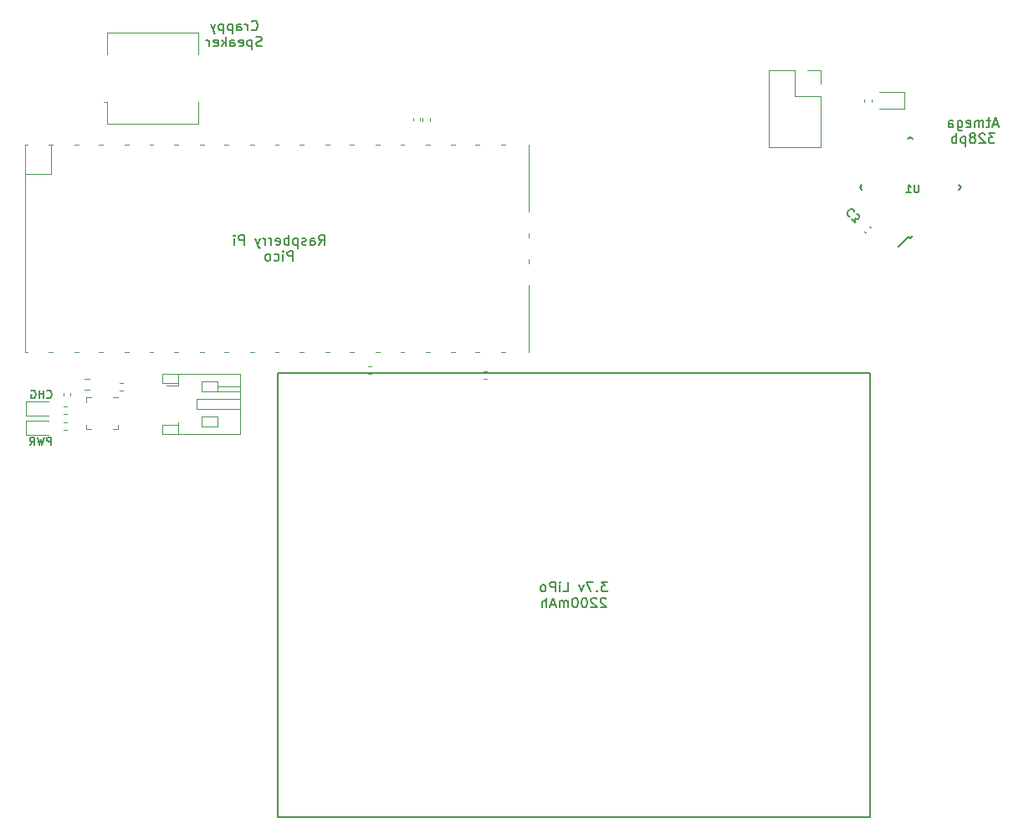
<source format=gbr>
%TF.GenerationSoftware,KiCad,Pcbnew,(6.0.0)*%
%TF.CreationDate,2022-10-15T12:08:06+11:00*%
%TF.ProjectId,c64pico,63363470-6963-46f2-9e6b-696361645f70,rev?*%
%TF.SameCoordinates,Original*%
%TF.FileFunction,Legend,Bot*%
%TF.FilePolarity,Positive*%
%FSLAX46Y46*%
G04 Gerber Fmt 4.6, Leading zero omitted, Abs format (unit mm)*
G04 Created by KiCad (PCBNEW (6.0.0)) date 2022-10-15 12:08:06*
%MOMM*%
%LPD*%
G01*
G04 APERTURE LIST*
%ADD10C,0.150000*%
%ADD11C,0.120000*%
G04 APERTURE END LIST*
D10*
X60900000Y-95900000D02*
X120900000Y-95900000D01*
X120900000Y-95900000D02*
X120900000Y-140900000D01*
X120900000Y-140900000D02*
X60900000Y-140900000D01*
X60900000Y-140900000D02*
X60900000Y-95900000D01*
X65100000Y-82947380D02*
X65433333Y-82471190D01*
X65671428Y-82947380D02*
X65671428Y-81947380D01*
X65290476Y-81947380D01*
X65195238Y-81995000D01*
X65147619Y-82042619D01*
X65100000Y-82137857D01*
X65100000Y-82280714D01*
X65147619Y-82375952D01*
X65195238Y-82423571D01*
X65290476Y-82471190D01*
X65671428Y-82471190D01*
X64242857Y-82947380D02*
X64242857Y-82423571D01*
X64290476Y-82328333D01*
X64385714Y-82280714D01*
X64576190Y-82280714D01*
X64671428Y-82328333D01*
X64242857Y-82899761D02*
X64338095Y-82947380D01*
X64576190Y-82947380D01*
X64671428Y-82899761D01*
X64719047Y-82804523D01*
X64719047Y-82709285D01*
X64671428Y-82614047D01*
X64576190Y-82566428D01*
X64338095Y-82566428D01*
X64242857Y-82518809D01*
X63814285Y-82899761D02*
X63719047Y-82947380D01*
X63528571Y-82947380D01*
X63433333Y-82899761D01*
X63385714Y-82804523D01*
X63385714Y-82756904D01*
X63433333Y-82661666D01*
X63528571Y-82614047D01*
X63671428Y-82614047D01*
X63766666Y-82566428D01*
X63814285Y-82471190D01*
X63814285Y-82423571D01*
X63766666Y-82328333D01*
X63671428Y-82280714D01*
X63528571Y-82280714D01*
X63433333Y-82328333D01*
X62957142Y-82280714D02*
X62957142Y-83280714D01*
X62957142Y-82328333D02*
X62861904Y-82280714D01*
X62671428Y-82280714D01*
X62576190Y-82328333D01*
X62528571Y-82375952D01*
X62480952Y-82471190D01*
X62480952Y-82756904D01*
X62528571Y-82852142D01*
X62576190Y-82899761D01*
X62671428Y-82947380D01*
X62861904Y-82947380D01*
X62957142Y-82899761D01*
X62052380Y-82947380D02*
X62052380Y-81947380D01*
X62052380Y-82328333D02*
X61957142Y-82280714D01*
X61766666Y-82280714D01*
X61671428Y-82328333D01*
X61623809Y-82375952D01*
X61576190Y-82471190D01*
X61576190Y-82756904D01*
X61623809Y-82852142D01*
X61671428Y-82899761D01*
X61766666Y-82947380D01*
X61957142Y-82947380D01*
X62052380Y-82899761D01*
X60766666Y-82899761D02*
X60861904Y-82947380D01*
X61052380Y-82947380D01*
X61147619Y-82899761D01*
X61195238Y-82804523D01*
X61195238Y-82423571D01*
X61147619Y-82328333D01*
X61052380Y-82280714D01*
X60861904Y-82280714D01*
X60766666Y-82328333D01*
X60719047Y-82423571D01*
X60719047Y-82518809D01*
X61195238Y-82614047D01*
X60290476Y-82947380D02*
X60290476Y-82280714D01*
X60290476Y-82471190D02*
X60242857Y-82375952D01*
X60195238Y-82328333D01*
X60100000Y-82280714D01*
X60004761Y-82280714D01*
X59671428Y-82947380D02*
X59671428Y-82280714D01*
X59671428Y-82471190D02*
X59623809Y-82375952D01*
X59576190Y-82328333D01*
X59480952Y-82280714D01*
X59385714Y-82280714D01*
X59147619Y-82280714D02*
X58909523Y-82947380D01*
X58671428Y-82280714D02*
X58909523Y-82947380D01*
X59004761Y-83185476D01*
X59052380Y-83233095D01*
X59147619Y-83280714D01*
X57528571Y-82947380D02*
X57528571Y-81947380D01*
X57147619Y-81947380D01*
X57052380Y-81995000D01*
X57004761Y-82042619D01*
X56957142Y-82137857D01*
X56957142Y-82280714D01*
X57004761Y-82375952D01*
X57052380Y-82423571D01*
X57147619Y-82471190D01*
X57528571Y-82471190D01*
X56528571Y-82947380D02*
X56528571Y-82280714D01*
X56528571Y-81947380D02*
X56576190Y-81995000D01*
X56528571Y-82042619D01*
X56480952Y-81995000D01*
X56528571Y-81947380D01*
X56528571Y-82042619D01*
X62480952Y-84557380D02*
X62480952Y-83557380D01*
X62100000Y-83557380D01*
X62004761Y-83605000D01*
X61957142Y-83652619D01*
X61909523Y-83747857D01*
X61909523Y-83890714D01*
X61957142Y-83985952D01*
X62004761Y-84033571D01*
X62100000Y-84081190D01*
X62480952Y-84081190D01*
X61480952Y-84557380D02*
X61480952Y-83890714D01*
X61480952Y-83557380D02*
X61528571Y-83605000D01*
X61480952Y-83652619D01*
X61433333Y-83605000D01*
X61480952Y-83557380D01*
X61480952Y-83652619D01*
X60576190Y-84509761D02*
X60671428Y-84557380D01*
X60861904Y-84557380D01*
X60957142Y-84509761D01*
X61004761Y-84462142D01*
X61052380Y-84366904D01*
X61052380Y-84081190D01*
X61004761Y-83985952D01*
X60957142Y-83938333D01*
X60861904Y-83890714D01*
X60671428Y-83890714D01*
X60576190Y-83938333D01*
X60004761Y-84557380D02*
X60100000Y-84509761D01*
X60147619Y-84462142D01*
X60195238Y-84366904D01*
X60195238Y-84081190D01*
X60147619Y-83985952D01*
X60100000Y-83938333D01*
X60004761Y-83890714D01*
X59861904Y-83890714D01*
X59766666Y-83938333D01*
X59719047Y-83985952D01*
X59671428Y-84081190D01*
X59671428Y-84366904D01*
X59719047Y-84462142D01*
X59766666Y-84509761D01*
X59861904Y-84557380D01*
X60004761Y-84557380D01*
X37571428Y-98385714D02*
X37609523Y-98423809D01*
X37723809Y-98461904D01*
X37800000Y-98461904D01*
X37914285Y-98423809D01*
X37990476Y-98347619D01*
X38028571Y-98271428D01*
X38066666Y-98119047D01*
X38066666Y-98004761D01*
X38028571Y-97852380D01*
X37990476Y-97776190D01*
X37914285Y-97700000D01*
X37800000Y-97661904D01*
X37723809Y-97661904D01*
X37609523Y-97700000D01*
X37571428Y-97738095D01*
X37228571Y-98461904D02*
X37228571Y-97661904D01*
X37228571Y-98042857D02*
X36771428Y-98042857D01*
X36771428Y-98461904D02*
X36771428Y-97661904D01*
X35971428Y-97700000D02*
X36047619Y-97661904D01*
X36161904Y-97661904D01*
X36276190Y-97700000D01*
X36352380Y-97776190D01*
X36390476Y-97852380D01*
X36428571Y-98004761D01*
X36428571Y-98119047D01*
X36390476Y-98271428D01*
X36352380Y-98347619D01*
X36276190Y-98423809D01*
X36161904Y-98461904D01*
X36085714Y-98461904D01*
X35971428Y-98423809D01*
X35933333Y-98385714D01*
X35933333Y-98119047D01*
X36085714Y-98119047D01*
X94304761Y-117047380D02*
X93685714Y-117047380D01*
X94019047Y-117428333D01*
X93876190Y-117428333D01*
X93780952Y-117475952D01*
X93733333Y-117523571D01*
X93685714Y-117618809D01*
X93685714Y-117856904D01*
X93733333Y-117952142D01*
X93780952Y-117999761D01*
X93876190Y-118047380D01*
X94161904Y-118047380D01*
X94257142Y-117999761D01*
X94304761Y-117952142D01*
X93257142Y-117952142D02*
X93209523Y-117999761D01*
X93257142Y-118047380D01*
X93304761Y-117999761D01*
X93257142Y-117952142D01*
X93257142Y-118047380D01*
X92876190Y-117047380D02*
X92209523Y-117047380D01*
X92638095Y-118047380D01*
X91923809Y-117380714D02*
X91685714Y-118047380D01*
X91447619Y-117380714D01*
X89828571Y-118047380D02*
X90304761Y-118047380D01*
X90304761Y-117047380D01*
X89495238Y-118047380D02*
X89495238Y-117380714D01*
X89495238Y-117047380D02*
X89542857Y-117095000D01*
X89495238Y-117142619D01*
X89447619Y-117095000D01*
X89495238Y-117047380D01*
X89495238Y-117142619D01*
X89019047Y-118047380D02*
X89019047Y-117047380D01*
X88638095Y-117047380D01*
X88542857Y-117095000D01*
X88495238Y-117142619D01*
X88447619Y-117237857D01*
X88447619Y-117380714D01*
X88495238Y-117475952D01*
X88542857Y-117523571D01*
X88638095Y-117571190D01*
X89019047Y-117571190D01*
X87876190Y-118047380D02*
X87971428Y-117999761D01*
X88019047Y-117952142D01*
X88066666Y-117856904D01*
X88066666Y-117571190D01*
X88019047Y-117475952D01*
X87971428Y-117428333D01*
X87876190Y-117380714D01*
X87733333Y-117380714D01*
X87638095Y-117428333D01*
X87590476Y-117475952D01*
X87542857Y-117571190D01*
X87542857Y-117856904D01*
X87590476Y-117952142D01*
X87638095Y-117999761D01*
X87733333Y-118047380D01*
X87876190Y-118047380D01*
X94161904Y-118752619D02*
X94114285Y-118705000D01*
X94019047Y-118657380D01*
X93780952Y-118657380D01*
X93685714Y-118705000D01*
X93638095Y-118752619D01*
X93590476Y-118847857D01*
X93590476Y-118943095D01*
X93638095Y-119085952D01*
X94209523Y-119657380D01*
X93590476Y-119657380D01*
X93209523Y-118752619D02*
X93161904Y-118705000D01*
X93066666Y-118657380D01*
X92828571Y-118657380D01*
X92733333Y-118705000D01*
X92685714Y-118752619D01*
X92638095Y-118847857D01*
X92638095Y-118943095D01*
X92685714Y-119085952D01*
X93257142Y-119657380D01*
X92638095Y-119657380D01*
X92019047Y-118657380D02*
X91923809Y-118657380D01*
X91828571Y-118705000D01*
X91780952Y-118752619D01*
X91733333Y-118847857D01*
X91685714Y-119038333D01*
X91685714Y-119276428D01*
X91733333Y-119466904D01*
X91780952Y-119562142D01*
X91828571Y-119609761D01*
X91923809Y-119657380D01*
X92019047Y-119657380D01*
X92114285Y-119609761D01*
X92161904Y-119562142D01*
X92209523Y-119466904D01*
X92257142Y-119276428D01*
X92257142Y-119038333D01*
X92209523Y-118847857D01*
X92161904Y-118752619D01*
X92114285Y-118705000D01*
X92019047Y-118657380D01*
X91066666Y-118657380D02*
X90971428Y-118657380D01*
X90876190Y-118705000D01*
X90828571Y-118752619D01*
X90780952Y-118847857D01*
X90733333Y-119038333D01*
X90733333Y-119276428D01*
X90780952Y-119466904D01*
X90828571Y-119562142D01*
X90876190Y-119609761D01*
X90971428Y-119657380D01*
X91066666Y-119657380D01*
X91161904Y-119609761D01*
X91209523Y-119562142D01*
X91257142Y-119466904D01*
X91304761Y-119276428D01*
X91304761Y-119038333D01*
X91257142Y-118847857D01*
X91209523Y-118752619D01*
X91161904Y-118705000D01*
X91066666Y-118657380D01*
X90304761Y-119657380D02*
X90304761Y-118990714D01*
X90304761Y-119085952D02*
X90257142Y-119038333D01*
X90161904Y-118990714D01*
X90019047Y-118990714D01*
X89923809Y-119038333D01*
X89876190Y-119133571D01*
X89876190Y-119657380D01*
X89876190Y-119133571D02*
X89828571Y-119038333D01*
X89733333Y-118990714D01*
X89590476Y-118990714D01*
X89495238Y-119038333D01*
X89447619Y-119133571D01*
X89447619Y-119657380D01*
X89019047Y-119371666D02*
X88542857Y-119371666D01*
X89114285Y-119657380D02*
X88780952Y-118657380D01*
X88447619Y-119657380D01*
X88114285Y-119657380D02*
X88114285Y-118657380D01*
X87685714Y-119657380D02*
X87685714Y-119133571D01*
X87733333Y-119038333D01*
X87828571Y-118990714D01*
X87971428Y-118990714D01*
X88066666Y-119038333D01*
X88114285Y-119085952D01*
X133823809Y-70761666D02*
X133347619Y-70761666D01*
X133919047Y-71047380D02*
X133585714Y-70047380D01*
X133252380Y-71047380D01*
X133061904Y-70380714D02*
X132680952Y-70380714D01*
X132919047Y-70047380D02*
X132919047Y-70904523D01*
X132871428Y-70999761D01*
X132776190Y-71047380D01*
X132680952Y-71047380D01*
X132347619Y-71047380D02*
X132347619Y-70380714D01*
X132347619Y-70475952D02*
X132300000Y-70428333D01*
X132204761Y-70380714D01*
X132061904Y-70380714D01*
X131966666Y-70428333D01*
X131919047Y-70523571D01*
X131919047Y-71047380D01*
X131919047Y-70523571D02*
X131871428Y-70428333D01*
X131776190Y-70380714D01*
X131633333Y-70380714D01*
X131538095Y-70428333D01*
X131490476Y-70523571D01*
X131490476Y-71047380D01*
X130633333Y-70999761D02*
X130728571Y-71047380D01*
X130919047Y-71047380D01*
X131014285Y-70999761D01*
X131061904Y-70904523D01*
X131061904Y-70523571D01*
X131014285Y-70428333D01*
X130919047Y-70380714D01*
X130728571Y-70380714D01*
X130633333Y-70428333D01*
X130585714Y-70523571D01*
X130585714Y-70618809D01*
X131061904Y-70714047D01*
X129728571Y-70380714D02*
X129728571Y-71190238D01*
X129776190Y-71285476D01*
X129823809Y-71333095D01*
X129919047Y-71380714D01*
X130061904Y-71380714D01*
X130157142Y-71333095D01*
X129728571Y-70999761D02*
X129823809Y-71047380D01*
X130014285Y-71047380D01*
X130109523Y-70999761D01*
X130157142Y-70952142D01*
X130204761Y-70856904D01*
X130204761Y-70571190D01*
X130157142Y-70475952D01*
X130109523Y-70428333D01*
X130014285Y-70380714D01*
X129823809Y-70380714D01*
X129728571Y-70428333D01*
X128823809Y-71047380D02*
X128823809Y-70523571D01*
X128871428Y-70428333D01*
X128966666Y-70380714D01*
X129157142Y-70380714D01*
X129252380Y-70428333D01*
X128823809Y-70999761D02*
X128919047Y-71047380D01*
X129157142Y-71047380D01*
X129252380Y-70999761D01*
X129300000Y-70904523D01*
X129300000Y-70809285D01*
X129252380Y-70714047D01*
X129157142Y-70666428D01*
X128919047Y-70666428D01*
X128823809Y-70618809D01*
X133490476Y-71657380D02*
X132871428Y-71657380D01*
X133204761Y-72038333D01*
X133061904Y-72038333D01*
X132966666Y-72085952D01*
X132919047Y-72133571D01*
X132871428Y-72228809D01*
X132871428Y-72466904D01*
X132919047Y-72562142D01*
X132966666Y-72609761D01*
X133061904Y-72657380D01*
X133347619Y-72657380D01*
X133442857Y-72609761D01*
X133490476Y-72562142D01*
X132490476Y-71752619D02*
X132442857Y-71705000D01*
X132347619Y-71657380D01*
X132109523Y-71657380D01*
X132014285Y-71705000D01*
X131966666Y-71752619D01*
X131919047Y-71847857D01*
X131919047Y-71943095D01*
X131966666Y-72085952D01*
X132538095Y-72657380D01*
X131919047Y-72657380D01*
X131347619Y-72085952D02*
X131442857Y-72038333D01*
X131490476Y-71990714D01*
X131538095Y-71895476D01*
X131538095Y-71847857D01*
X131490476Y-71752619D01*
X131442857Y-71705000D01*
X131347619Y-71657380D01*
X131157142Y-71657380D01*
X131061904Y-71705000D01*
X131014285Y-71752619D01*
X130966666Y-71847857D01*
X130966666Y-71895476D01*
X131014285Y-71990714D01*
X131061904Y-72038333D01*
X131157142Y-72085952D01*
X131347619Y-72085952D01*
X131442857Y-72133571D01*
X131490476Y-72181190D01*
X131538095Y-72276428D01*
X131538095Y-72466904D01*
X131490476Y-72562142D01*
X131442857Y-72609761D01*
X131347619Y-72657380D01*
X131157142Y-72657380D01*
X131061904Y-72609761D01*
X131014285Y-72562142D01*
X130966666Y-72466904D01*
X130966666Y-72276428D01*
X131014285Y-72181190D01*
X131061904Y-72133571D01*
X131157142Y-72085952D01*
X130538095Y-71990714D02*
X130538095Y-72990714D01*
X130538095Y-72038333D02*
X130442857Y-71990714D01*
X130252380Y-71990714D01*
X130157142Y-72038333D01*
X130109523Y-72085952D01*
X130061904Y-72181190D01*
X130061904Y-72466904D01*
X130109523Y-72562142D01*
X130157142Y-72609761D01*
X130252380Y-72657380D01*
X130442857Y-72657380D01*
X130538095Y-72609761D01*
X129633333Y-72657380D02*
X129633333Y-71657380D01*
X129633333Y-72038333D02*
X129538095Y-71990714D01*
X129347619Y-71990714D01*
X129252380Y-72038333D01*
X129204761Y-72085952D01*
X129157142Y-72181190D01*
X129157142Y-72466904D01*
X129204761Y-72562142D01*
X129252380Y-72609761D01*
X129347619Y-72657380D01*
X129538095Y-72657380D01*
X129633333Y-72609761D01*
X58288095Y-61152142D02*
X58335714Y-61199761D01*
X58478571Y-61247380D01*
X58573809Y-61247380D01*
X58716666Y-61199761D01*
X58811904Y-61104523D01*
X58859523Y-61009285D01*
X58907142Y-60818809D01*
X58907142Y-60675952D01*
X58859523Y-60485476D01*
X58811904Y-60390238D01*
X58716666Y-60295000D01*
X58573809Y-60247380D01*
X58478571Y-60247380D01*
X58335714Y-60295000D01*
X58288095Y-60342619D01*
X57859523Y-61247380D02*
X57859523Y-60580714D01*
X57859523Y-60771190D02*
X57811904Y-60675952D01*
X57764285Y-60628333D01*
X57669047Y-60580714D01*
X57573809Y-60580714D01*
X56811904Y-61247380D02*
X56811904Y-60723571D01*
X56859523Y-60628333D01*
X56954761Y-60580714D01*
X57145238Y-60580714D01*
X57240476Y-60628333D01*
X56811904Y-61199761D02*
X56907142Y-61247380D01*
X57145238Y-61247380D01*
X57240476Y-61199761D01*
X57288095Y-61104523D01*
X57288095Y-61009285D01*
X57240476Y-60914047D01*
X57145238Y-60866428D01*
X56907142Y-60866428D01*
X56811904Y-60818809D01*
X56335714Y-60580714D02*
X56335714Y-61580714D01*
X56335714Y-60628333D02*
X56240476Y-60580714D01*
X56050000Y-60580714D01*
X55954761Y-60628333D01*
X55907142Y-60675952D01*
X55859523Y-60771190D01*
X55859523Y-61056904D01*
X55907142Y-61152142D01*
X55954761Y-61199761D01*
X56050000Y-61247380D01*
X56240476Y-61247380D01*
X56335714Y-61199761D01*
X55430952Y-60580714D02*
X55430952Y-61580714D01*
X55430952Y-60628333D02*
X55335714Y-60580714D01*
X55145238Y-60580714D01*
X55050000Y-60628333D01*
X55002380Y-60675952D01*
X54954761Y-60771190D01*
X54954761Y-61056904D01*
X55002380Y-61152142D01*
X55050000Y-61199761D01*
X55145238Y-61247380D01*
X55335714Y-61247380D01*
X55430952Y-61199761D01*
X54621428Y-60580714D02*
X54383333Y-61247380D01*
X54145238Y-60580714D02*
X54383333Y-61247380D01*
X54478571Y-61485476D01*
X54526190Y-61533095D01*
X54621428Y-61580714D01*
X59311904Y-62809761D02*
X59169047Y-62857380D01*
X58930952Y-62857380D01*
X58835714Y-62809761D01*
X58788095Y-62762142D01*
X58740476Y-62666904D01*
X58740476Y-62571666D01*
X58788095Y-62476428D01*
X58835714Y-62428809D01*
X58930952Y-62381190D01*
X59121428Y-62333571D01*
X59216666Y-62285952D01*
X59264285Y-62238333D01*
X59311904Y-62143095D01*
X59311904Y-62047857D01*
X59264285Y-61952619D01*
X59216666Y-61905000D01*
X59121428Y-61857380D01*
X58883333Y-61857380D01*
X58740476Y-61905000D01*
X58311904Y-62190714D02*
X58311904Y-63190714D01*
X58311904Y-62238333D02*
X58216666Y-62190714D01*
X58026190Y-62190714D01*
X57930952Y-62238333D01*
X57883333Y-62285952D01*
X57835714Y-62381190D01*
X57835714Y-62666904D01*
X57883333Y-62762142D01*
X57930952Y-62809761D01*
X58026190Y-62857380D01*
X58216666Y-62857380D01*
X58311904Y-62809761D01*
X57026190Y-62809761D02*
X57121428Y-62857380D01*
X57311904Y-62857380D01*
X57407142Y-62809761D01*
X57454761Y-62714523D01*
X57454761Y-62333571D01*
X57407142Y-62238333D01*
X57311904Y-62190714D01*
X57121428Y-62190714D01*
X57026190Y-62238333D01*
X56978571Y-62333571D01*
X56978571Y-62428809D01*
X57454761Y-62524047D01*
X56121428Y-62857380D02*
X56121428Y-62333571D01*
X56169047Y-62238333D01*
X56264285Y-62190714D01*
X56454761Y-62190714D01*
X56549999Y-62238333D01*
X56121428Y-62809761D02*
X56216666Y-62857380D01*
X56454761Y-62857380D01*
X56549999Y-62809761D01*
X56597619Y-62714523D01*
X56597619Y-62619285D01*
X56549999Y-62524047D01*
X56454761Y-62476428D01*
X56216666Y-62476428D01*
X56121428Y-62428809D01*
X55645238Y-62857380D02*
X55645238Y-61857380D01*
X55549999Y-62476428D02*
X55264285Y-62857380D01*
X55264285Y-62190714D02*
X55645238Y-62571666D01*
X54454761Y-62809761D02*
X54549999Y-62857380D01*
X54740476Y-62857380D01*
X54835714Y-62809761D01*
X54883333Y-62714523D01*
X54883333Y-62333571D01*
X54835714Y-62238333D01*
X54740476Y-62190714D01*
X54549999Y-62190714D01*
X54454761Y-62238333D01*
X54407142Y-62333571D01*
X54407142Y-62428809D01*
X54883333Y-62524047D01*
X53978571Y-62857380D02*
X53978571Y-62190714D01*
X53978571Y-62381190D02*
X53930952Y-62285952D01*
X53883333Y-62238333D01*
X53788095Y-62190714D01*
X53692857Y-62190714D01*
X38016666Y-103211904D02*
X38016666Y-102411904D01*
X37711904Y-102411904D01*
X37635714Y-102450000D01*
X37597619Y-102488095D01*
X37559523Y-102564285D01*
X37559523Y-102678571D01*
X37597619Y-102754761D01*
X37635714Y-102792857D01*
X37711904Y-102830952D01*
X38016666Y-102830952D01*
X37292857Y-102411904D02*
X37102380Y-103211904D01*
X36950000Y-102640476D01*
X36797619Y-103211904D01*
X36607142Y-102411904D01*
X35845238Y-103211904D02*
X36111904Y-102830952D01*
X36302380Y-103211904D02*
X36302380Y-102411904D01*
X35997619Y-102411904D01*
X35921428Y-102450000D01*
X35883333Y-102488095D01*
X35845238Y-102564285D01*
X35845238Y-102678571D01*
X35883333Y-102754761D01*
X35921428Y-102792857D01*
X35997619Y-102830952D01*
X36302380Y-102830952D01*
%TO.C,U1*%
X125809523Y-76861904D02*
X125809523Y-77509523D01*
X125771428Y-77585714D01*
X125733333Y-77623809D01*
X125657142Y-77661904D01*
X125504761Y-77661904D01*
X125428571Y-77623809D01*
X125390476Y-77585714D01*
X125352380Y-77509523D01*
X125352380Y-76861904D01*
X124552380Y-77661904D02*
X125009523Y-77661904D01*
X124780952Y-77661904D02*
X124780952Y-76861904D01*
X124857142Y-76976190D01*
X124933333Y-77052380D01*
X125009523Y-77090476D01*
%TO.C,C3*%
X119307749Y-79603688D02*
X119307749Y-79549813D01*
X119253874Y-79442064D01*
X119200000Y-79388189D01*
X119092250Y-79334314D01*
X118984500Y-79334314D01*
X118903688Y-79361251D01*
X118769001Y-79442064D01*
X118688189Y-79522876D01*
X118607377Y-79657563D01*
X118580439Y-79738375D01*
X118580439Y-79846125D01*
X118634314Y-79953874D01*
X118688189Y-80007749D01*
X118795938Y-80061624D01*
X118849813Y-80061624D01*
X118984500Y-80304061D02*
X119334687Y-80654247D01*
X119361624Y-80250186D01*
X119442436Y-80330998D01*
X119523248Y-80357935D01*
X119577123Y-80357935D01*
X119657935Y-80330998D01*
X119792622Y-80196311D01*
X119819560Y-80115499D01*
X119819560Y-80061624D01*
X119792622Y-79980812D01*
X119630998Y-79819187D01*
X119550186Y-79792250D01*
X119496311Y-79792250D01*
D11*
%TO.C,R3*%
X39296359Y-99270000D02*
X39603641Y-99270000D01*
X39296359Y-100030000D02*
X39603641Y-100030000D01*
%TO.C,LS1*%
X52900000Y-63650000D02*
X52900000Y-61450000D01*
X43700000Y-70650000D02*
X52900000Y-70650000D01*
X43700000Y-70650000D02*
X43700000Y-68450000D01*
X52900000Y-61450000D02*
X43700000Y-61450000D01*
X52900000Y-70650000D02*
X52900000Y-68450000D01*
X43700000Y-63650000D02*
X43700000Y-61450000D01*
X43700000Y-68450000D02*
X43300000Y-68450000D01*
%TO.C,BT1*%
X53250000Y-100350000D02*
X53250000Y-101350000D01*
X53250000Y-101350000D02*
X54850000Y-101350000D01*
X54850000Y-97750000D02*
X57110000Y-97750000D01*
X54850000Y-96750000D02*
X54850000Y-97750000D01*
X53250000Y-97750000D02*
X53250000Y-96750000D01*
X54850000Y-97250000D02*
X57110000Y-97250000D01*
X52750000Y-99550000D02*
X57110000Y-99550000D01*
X50890000Y-95990000D02*
X50890000Y-96910000D01*
X50890000Y-101190000D02*
X50890000Y-100910000D01*
X49290000Y-101190000D02*
X50890000Y-101190000D01*
X54850000Y-100350000D02*
X53250000Y-100350000D01*
X54850000Y-101350000D02*
X54850000Y-100350000D01*
X50890000Y-97190000D02*
X50890000Y-96910000D01*
X52750000Y-98550000D02*
X52750000Y-99550000D01*
X57110000Y-95990000D02*
X57110000Y-102110000D01*
X50890000Y-102110000D02*
X50890000Y-101190000D01*
X57110000Y-102110000D02*
X49290000Y-102110000D01*
X49290000Y-96910000D02*
X49290000Y-95990000D01*
X54850000Y-97750000D02*
X53250000Y-97750000D01*
X53250000Y-96750000D02*
X54850000Y-96750000D01*
X49290000Y-95990000D02*
X57110000Y-95990000D01*
X57110000Y-98550000D02*
X52750000Y-98550000D01*
X50890000Y-97190000D02*
X49675000Y-97190000D01*
X50890000Y-96910000D02*
X49290000Y-96910000D01*
X49290000Y-102110000D02*
X49290000Y-101190000D01*
%TO.C,J3*%
X110655001Y-65295000D02*
X110655001Y-73035000D01*
X115855001Y-66625000D02*
X115855001Y-65295000D01*
X115855001Y-67895000D02*
X115855001Y-73035000D01*
X115855001Y-73035000D02*
X110655001Y-73035000D01*
X115855001Y-67895000D02*
X113255001Y-67895000D01*
X115855001Y-65295000D02*
X114525001Y-65295000D01*
X113255001Y-67895000D02*
X113255001Y-65295000D01*
X113255001Y-65295000D02*
X110655001Y-65295000D01*
%TO.C,D1*%
X35477499Y-98765000D02*
X37762499Y-98765000D01*
X35477499Y-100235000D02*
X35477499Y-98765000D01*
X37762499Y-100235000D02*
X35477499Y-100235000D01*
%TO.C,U3*%
X80955000Y-93800000D02*
X81355000Y-93800000D01*
X60655000Y-72800000D02*
X61055000Y-72800000D01*
X86355000Y-84400000D02*
X86355000Y-84800000D01*
X47955000Y-72800000D02*
X48355000Y-72800000D01*
X38022000Y-75807000D02*
X35355000Y-75807000D01*
X50455000Y-93800000D02*
X50855000Y-93800000D01*
X75955000Y-93800000D02*
X76355000Y-93800000D01*
X63155000Y-93800000D02*
X63555000Y-93800000D01*
X70855000Y-93800000D02*
X71255000Y-93800000D01*
X65755000Y-93800000D02*
X66155000Y-93800000D01*
X50455000Y-72800000D02*
X50855000Y-72800000D01*
X73355000Y-72800000D02*
X73755000Y-72800000D01*
X83555000Y-93800000D02*
X83955000Y-93800000D01*
X37755000Y-93800000D02*
X38155000Y-93800000D01*
X63155000Y-72800000D02*
X63555000Y-72800000D01*
X60655000Y-93800000D02*
X61055000Y-93800000D01*
X86355000Y-93800000D02*
X86355000Y-87000000D01*
X70855000Y-72800000D02*
X71255000Y-72800000D01*
X78455000Y-72800000D02*
X78855000Y-72800000D01*
X35355000Y-93800000D02*
X35655000Y-93800000D01*
X42855000Y-72800000D02*
X43255000Y-72800000D01*
X86355000Y-81800000D02*
X86355000Y-82200000D01*
X86355000Y-79600000D02*
X86355000Y-72800000D01*
X35355000Y-72800000D02*
X35355000Y-93800000D01*
X45455000Y-93800000D02*
X45855000Y-93800000D01*
X37755000Y-72800000D02*
X38155000Y-72800000D01*
X45455000Y-72800000D02*
X45855000Y-72800000D01*
X58155000Y-93800000D02*
X58555000Y-93800000D01*
X73355000Y-93800000D02*
X73755000Y-93800000D01*
X68255000Y-93800000D02*
X68655000Y-93800000D01*
X47955000Y-93800000D02*
X48355000Y-93800000D01*
X35355000Y-72800000D02*
X35655000Y-72800000D01*
X40355000Y-93800000D02*
X40755000Y-93800000D01*
X53055000Y-72800000D02*
X53455000Y-72800000D01*
X75955000Y-72800000D02*
X76355000Y-72800000D01*
X40355000Y-72800000D02*
X40755000Y-72800000D01*
X65755000Y-72800000D02*
X66155000Y-72800000D01*
X55555000Y-93800000D02*
X55955000Y-93800000D01*
X55555000Y-72800000D02*
X55955000Y-72800000D01*
X80955000Y-72800000D02*
X81355000Y-72800000D01*
X58155000Y-72800000D02*
X58555000Y-72800000D01*
X38022000Y-72800000D02*
X38022000Y-75807000D01*
X42855000Y-93800000D02*
X43255000Y-93800000D01*
X53055000Y-93800000D02*
X53455000Y-93800000D01*
X68255000Y-72800000D02*
X68655000Y-72800000D01*
X83555000Y-72800000D02*
X83955000Y-72800000D01*
X78455000Y-93800000D02*
X78855000Y-93800000D01*
%TO.C,U2*%
X44285000Y-98390000D02*
X44760000Y-98390000D01*
X42015000Y-98390000D02*
X41540000Y-98390000D01*
X41540000Y-98390000D02*
X41540000Y-98865000D01*
X41540000Y-101610000D02*
X41540000Y-101135000D01*
X42015000Y-101610000D02*
X41540000Y-101610000D01*
X44285000Y-101610000D02*
X44760000Y-101610000D01*
X44760000Y-101610000D02*
X44760000Y-101135000D01*
%TO.C,D3*%
X124350000Y-69200000D02*
X121800000Y-69200000D01*
X124350000Y-67500000D02*
X124350000Y-69200000D01*
X124350000Y-67500000D02*
X121800000Y-67500000D01*
%TO.C,D2*%
X37744286Y-102185000D02*
X35459286Y-102185000D01*
X35459286Y-100715000D02*
X37744286Y-100715000D01*
X35459286Y-102185000D02*
X35459286Y-100715000D01*
%TO.C,C1*%
X39960000Y-98207836D02*
X39960000Y-97992164D01*
X39240000Y-98207836D02*
X39240000Y-97992164D01*
%TO.C,C2*%
X75360000Y-70112164D02*
X75360000Y-70327836D01*
X74640000Y-70112164D02*
X74640000Y-70327836D01*
%TO.C,R2*%
X45253641Y-97730000D02*
X44946359Y-97730000D01*
X45253641Y-96970000D02*
X44946359Y-96970000D01*
%TO.C,R1*%
X41412742Y-96527500D02*
X41887258Y-96527500D01*
X41412742Y-97572500D02*
X41887258Y-97572500D01*
%TO.C,R5*%
X120270000Y-68196359D02*
X120270000Y-68503641D01*
X121030000Y-68196359D02*
X121030000Y-68503641D01*
%TO.C,R10*%
X76380000Y-70403641D02*
X76380000Y-70096359D01*
X75620000Y-70403641D02*
X75620000Y-70096359D01*
%TO.C,R12*%
X70403641Y-95980000D02*
X70096359Y-95980000D01*
X70403641Y-95220000D02*
X70096359Y-95220000D01*
%TO.C,R11*%
X81796359Y-96480000D02*
X82103641Y-96480000D01*
X81796359Y-95720000D02*
X82103641Y-95720000D01*
%TO.C,R4*%
X39296359Y-100920000D02*
X39603641Y-100920000D01*
X39296359Y-101680000D02*
X39603641Y-101680000D01*
D10*
%TO.C,U1*%
X124950421Y-82268387D02*
X124791322Y-82109288D01*
X130076945Y-77141863D02*
X129847135Y-77371673D01*
X124950421Y-72015339D02*
X125180231Y-72245149D01*
X124791322Y-82109288D02*
X123783695Y-83116915D01*
X119823897Y-77141863D02*
X120053707Y-76912053D01*
X130076945Y-77141863D02*
X129847135Y-76912053D01*
X124950421Y-82268387D02*
X125180231Y-82038577D01*
X124950421Y-72015339D02*
X124720611Y-72245149D01*
X119823897Y-77141863D02*
X120053707Y-77371673D01*
D11*
%TO.C,C3*%
X120980810Y-81221693D02*
X120828307Y-81069190D01*
X120471693Y-81730810D02*
X120319190Y-81578307D01*
%TD*%
M02*

</source>
